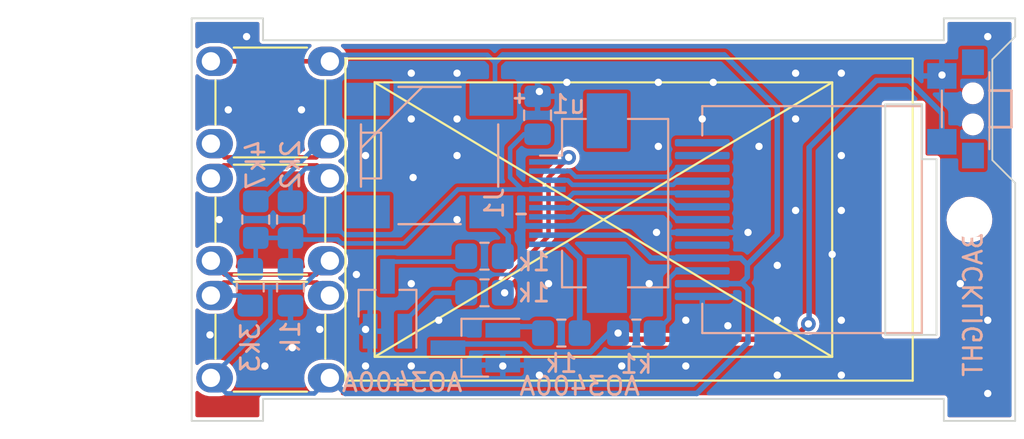
<source format=kicad_pcb>
(kicad_pcb (version 20211014) (generator pcbnew)
  (layers (0 "F.Cu" signal) (31 "B.Cu" signal) (34 "B.Paste" user) (35 "F.Paste" user) (36 "B.SilkS" user "B.Silkscreen") (37 "F.SilkS" user "F.Silkscreen") (38 "B.Mask" user) (39 "F.Mask" user) (44 "Edge.Cuts" user))
  (net 0 "")
  (net 1 "Net-(BZ1-PadN)")
  (net 2 "+3.3VP")
  (net 3 "GND1")
  (net 4 "/SW")
  (net 5 "/BUZZER")
  (net 6 "/MOSI")
  (net 7 "/SCLK")
  (net 8 "/RS")
  (net 9 "/RESET")
  (net 10 "/CS")
  (net 11 "/BACKLIGHT")
  (net 12 "Net-(Q1-Pad1)")
  (net 13 "Net-(Q1-Pad3)")
  (net 14 "Net-(Q2-Pad1)")
  (net 15 "Net-(Q2-Pad3)")
  (net 16 "Net-(R2-Pad2)")
  (net 17 "Net-(R6-Pad2)")
  (net 18 "Net-(R7-Pad2)")
  (net 19 "Net-(R8-Pad2)")
  (footprint "liebler_OPTO:FP-114 13pol" (layer "F.Cu") (at 100 100)
    (fp_text reference "X1" hide)
    (fp_text value "LH114" hide)
    (fp_line (start 17.4 -6.2) (end 5.4 -6.2) (layer "B.SilkS") (width 0.12))
    (fp_line (start 5.4 -6.2) (end 5.4 -4.6) (layer "B.SilkS") (width 0.12))
    (fp_line (start 17.4 6.2) (end 5.4 6.2) (layer "B.SilkS") (width 0.12))
    (fp_line (start 17.4 -6.2) (end 17.4 6.2) (layer "B.SilkS") (width 0.12))
    (fp_line (start 5.4 6.2) (end 5.4 4.6) (layer "B.SilkS") (width 0.12))
    (fp_line (start -14.1 8.8) (end -14.1 -8.8) (layer "F.SilkS") (width 0.12))
    (fp_line (start 17.4 -6.3) (end 16.9 -6.3) (layer "F.SilkS") (width 0.12))
    (fp_line (start 16.9 8.8) (end -14.1 8.8) (layer "F.SilkS") (width 0.12))
    (fp_line (start -12.5 7.5) (end 12.5 -7.5) (layer "F.SilkS") (width 0.12))
    (fp_line (start -14.1 -8.8) (end 16.9 -8.8) (layer "F.SilkS") (width 0.12))
    (fp_line (start 16.9 -8.8) (end 16.9 8.8) (layer "F.SilkS") (width 0.12))
    (fp_line (start -12.5 -7.5) (end 12.5 7.5) (layer "F.SilkS") (width 0.12))
    (fp_line (start 17.4 6.3) (end 17.4 -6.3) (layer "F.SilkS") (width 0.12))
    (fp_line (start 16.9 6.3) (end 17.4 6.3) (layer "F.SilkS") (width 0.12))
    (fp_rect (start -12.5 -7.5) (end 12.5 7.5) (layer "F.SilkS") (width 0.12) (fill none))
    (pad "1" smd roundrect (at 5.4 -4.2) (size 3 0.4) (layers "B.Cu" "B.Paste" "B.Mask"))
    (pad "2" smd roundrect (at 5.4 -3.5) (size 3 0.4) (layers "B.Cu" "B.Paste" "B.Mask"))
    (pad "3" smd roundrect (at 5.4 -2.8) (size 3 0.4) (layers "B.Cu" "B.Paste" "B.Mask") (net 6 "/MOSI"))
    (pad "4" smd roundrect (at 5.4 -2.1) (size 3 0.4) (layers "B.Cu" "B.Paste" "B.Mask") (net 7 "/SCLK"))
    (pad "5" smd roundrect (at 5.4 -1.4) (size 3 0.4) (layers "B.Cu" "B.Paste" "B.Mask") (net 8 "/RS"))
    (pad "6" smd roundrect (at 5.4 -0.7) (size 3 0.4) (layers "B.Cu" "B.Paste" "B.Mask") (net 9 "/RESET"))
    (pad "7" smd roundrect (at 5.4 0) (size 3 0.4) (layers "B.Cu" "B.Paste" "B.Mask") (net 10 "/CS"))
    (pad "8" smd roundrect (at 5.4 0.7) (size 3 0.4) (layers "B.Cu" "B.Paste" "B.Mask") (net 3 "GND1"))
    (pad "9" smd roundrect (at 5.4 1.4) (size 3 0.4) (layers "B.Cu" "B.Paste" "B.Mask"))
    (pad "10" smd roundrect (at 5.4 2.1) (size 3 0.4) (layers "B.Cu" "B.Paste" "B.Mask") (net 2 "+3.3VP"))
    (pad "11" smd roundrect (at 5.4 2.8) (size 3 0.4) (layers "B.Cu" "B.Paste" "B.Mask") (net 16 "Net-(R2-Pad2)"))
    (pad "12" smd roundrect (at 5.4 3.5) (size 3 0.4) (layers "B.Cu" "B.Paste" "B.Mask") (net 2 "+3.3VP"))
    (pad "13" smd roundrect (at 5.4 4.2) (size 3 0.4) (layers "B.Cu" "B.Paste" "B.Mask") (net 3 "GND1"))
  )
  (footprint "liebler_MECH:SW_PUSH_6mm_narrow" (layer "F.Cu") (at 81.8 106.4 180)
    (fp_text reference "SW3" hide)
    (fp_text value "LEFT" hide)
    (fp_line (start -3 -1.2) (end -3 1.2) (layer "F.SilkS") (width 0.12))
    (fp_line (start 2 -3) (end -2 -3) (layer "F.SilkS") (width 0.12))
    (fp_line (start 3 1.2) (end 3 -1.2) (layer "F.SilkS") (width 0.12))
    (fp_line (start -2 3) (end 2 3) (layer "F.SilkS") (width 0.12))
    (pad "1" thru_hole oval (at 3.25 -2.25 180) (size 2 1.6) (drill 1 (offset -0.2 0)) (layers *.Cu *.Mask) (net 2 "+3.3VP"))
    (pad "1" thru_hole oval (at -3.25 -2.25 180) (size 2 1.6) (drill 1 (offset 0.2 0)) (layers *.Cu *.Mask) (net 2 "+3.3VP"))
    (pad "2" thru_hole oval (at -3.25 2.25 180) (size 2 1.6) (drill 1 (offset 0.2 0)) (layers *.Cu *.Mask) (net 18 "Net-(R7-Pad2)"))
    (pad "2" thru_hole oval (at 3.25 2.25 180) (size 2 1.6) (drill 1 (offset -0.2 0)) (layers *.Cu *.Mask) (net 18 "Net-(R7-Pad2)"))
  )
  (footprint "MountingHole:MountingHole_2mm" (layer "F.Cu") (at 120 100)
    (fp_text reference "H2" hide)
    (fp_text value "MountingHole" hide)
    (pad "" np_thru_hole circle (at 0 0) (size 2 2) (drill 2) (layers *.Cu *.Mask))
  )
  (footprint "liebler_MECH:SW_PUSH_6mm_narrow" (layer "F.Cu") (at 81.8 100 180)
    (fp_text reference "SW4" hide)
    (fp_text value "OK" hide)
    (fp_line (start 2 -3) (end -2 -3) (layer "F.SilkS") (width 0.12))
    (fp_line (start -2 3) (end 2 3) (layer "F.SilkS") (width 0.12))
    (fp_line (start -3 -1.2) (end -3 1.2) (layer "F.SilkS") (width 0.12))
    (fp_line (start 3 1.2) (end 3 -1.2) (layer "F.SilkS") (width 0.12))
    (pad "1" thru_hole oval (at 3.25 -2.25 180) (size 2 1.6) (drill 1 (offset -0.2 0)) (layers *.Cu *.Mask) (net 2 "+3.3VP"))
    (pad "1" thru_hole oval (at -3.25 -2.25 180) (size 2 1.6) (drill 1 (offset 0.2 0)) (layers *.Cu *.Mask) (net 2 "+3.3VP"))
    (pad "2" thru_hole oval (at -3.25 2.25 180) (size 2 1.6) (drill 1 (offset 0.2 0)) (layers *.Cu *.Mask) (net 19 "Net-(R8-Pad2)"))
    (pad "2" thru_hole oval (at 3.25 2.25 180) (size 2 1.6) (drill 1 (offset -0.2 0)) (layers *.Cu *.Mask) (net 19 "Net-(R8-Pad2)"))
  )
  (footprint "MountingHole:MountingHole_2mm" (layer "F.Cu") (at 69.3 100.8)
    (fp_text reference "H1" hide)
    (fp_text value "MountingHole" hide)
    (pad "" np_thru_hole circle (at 0 0) (size 2 2) (drill 2) (layers *.Cu *.Mask))
  )
  (footprint "liebler_MECH:SW_PUSH_6mm_narrow" (layer "F.Cu") (at 81.8 93.6)
    (fp_text reference "SW2" hide)
    (fp_text value "RIGHT" hide)
    (fp_line (start -3 -1.2) (end -3 1.2) (layer "F.SilkS") (width 0.12))
    (fp_line (start 3 1.2) (end 3 -1.2) (layer "F.SilkS") (width 0.12))
    (fp_line (start 2 -3) (end -2 -3) (layer "F.SilkS") (width 0.12))
    (fp_line (start -2 3) (end 2 3) (layer "F.SilkS") (width 0.12))
    (pad "1" thru_hole oval (at 3.25 -2.25) (size 2 1.6) (drill 1 (offset -0.2 0)) (layers *.Cu *.Mask) (net 2 "+3.3VP"))
    (pad "1" thru_hole oval (at -3.25 -2.25) (size 2 1.6) (drill 1 (offset 0.2 0)) (layers *.Cu *.Mask) (net 2 "+3.3VP"))
    (pad "2" thru_hole oval (at -3.25 2.25) (size 2 1.6) (drill 1 (offset 0.2 0)) (layers *.Cu *.Mask) (net 17 "Net-(R6-Pad2)"))
    (pad "2" thru_hole oval (at 3.25 2.25) (size 2 1.6) (drill 1 (offset -0.2 0)) (layers *.Cu *.Mask) (net 17 "Net-(R6-Pad2)"))
  )
  (footprint "Capacitor_SMD:C_0805_2012Metric_Pad1.18x1.45mm_HandSolder" (layer "B.Cu") (at 96.4 94.3 -90)
    (fp_text reference "C1" hide)
    (fp_text value "u1" (at -0.6 -1.7 180) (layer "B.SilkS") (effects (justify mirror)))
    (fp_line (start -0.261252 -0.735) (end 0.261252 -0.735) (layer "B.SilkS") (width 0.12))
    (fp_line (start -0.261252 0.735) (end 0.261252 0.735) (layer "B.SilkS") (width 0.12))
    (pad "1" smd roundrect (at -1.0375 0 270) (size 1.175 1.45) (layers "B.Cu" "B.Paste" "B.Mask") (roundrect_rratio 0.2127659574) (net 3 "GND1"))
    (pad "2" smd roundrect (at 1.0375 0 270) (size 1.175 1.45) (layers "B.Cu" "B.Paste" "B.Mask") (roundrect_rratio 0.2127659574) (net 4 "/SW"))
  )
  (footprint "Resistor_SMD:R_0805_2012Metric_Pad1.20x1.40mm_HandSolder" (layer "B.Cu") (at 93.5 102)
    (fp_text reference "R4" hide)
    (fp_text value "1k" (at 2.7 0.3) (layer "B.SilkS") (effects (justify mirror)))
    (fp_line (start -0.227064 0.735) (end 0.227064 0.735) (layer "B.SilkS") (width 0.12))
    (fp_line (start -0.227064 -0.735) (end 0.227064 -0.735) (layer "B.SilkS") (width 0.12))
    (pad "1" smd roundrect (at -1 0) (size 1.2 1.4) (layers "B.Cu" "B.Paste" "B.Mask") (roundrect_rratio 0.2083333333) (net 15 "Net-(Q2-Pad3)"))
    (pad "2" smd roundrect (at 1 0) (size 1.2 1.4) (layers "B.Cu" "B.Paste" "B.Mask") (roundrect_rratio 0.2083333333) (net 1 "Net-(BZ1-PadN)"))
  )
  (footprint "Resistor_SMD:R_0805_2012Metric_Pad1.20x1.40mm_HandSolder" (layer "B.Cu") (at 93.5 104 180)
    (fp_text reference "R3" hide)
    (fp_text value "1k" (at -2.7 0) (layer "B.SilkS") (effects (justify mirror)))
    (fp_line (start -0.227064 -0.735) (end 0.227064 -0.735) (layer "B.SilkS") (width 0.12))
    (fp_line (start -0.227064 0.735) (end 0.227064 0.735) (layer "B.SilkS") (width 0.12))
    (pad "1" smd roundrect (at -1 0 180) (size 1.2 1.4) (layers "B.Cu" "B.Paste" "B.Mask") (roundrect_rratio 0.2083333333) (net 5 "/BUZZER"))
    (pad "2" smd roundrect (at 1 0 180) (size 1.2 1.4) (layers "B.Cu" "B.Paste" "B.Mask") (roundrect_rratio 0.2083333333) (net 14 "Net-(Q2-Pad1)"))
  )
  (footprint "Resistor_SMD:R_0805_2012Metric_Pad1.20x1.40mm_HandSolder" (layer "B.Cu") (at 81 100 90)
    (fp_text reference "R6" hide)
    (fp_text value "4k7" (at 3 0 90) (layer "B.SilkS") (effects (justify mirror)))
    (fp_line (start -0.227064 -0.735) (end 0.227064 -0.735) (layer "B.SilkS") (width 0.12))
    (fp_line (start -0.227064 0.735) (end 0.227064 0.735) (layer "B.SilkS") (width 0.12))
    (pad "1" smd roundrect (at -1 0 90) (size 1.2 1.4) (layers "B.Cu" "B.Paste" "B.Mask") (roundrect_rratio 0.2083333333) (net 4 "/SW"))
    (pad "2" smd roundrect (at 1 0 90) (size 1.2 1.4) (layers "B.Cu" "B.Paste" "B.Mask") (roundrect_rratio 0.2083333333) (net 17 "Net-(R6-Pad2)"))
  )
  (footprint "liebler_MECH:XDCR_CMT-7525-80-SMT-TR_handsolder" (layer "B.Cu") (at 90.5 96.5 180)
    (fp_text reference "BZ1" hide)
    (fp_text value "Buzzer" hide)
    (fp_text user "+" (at -4.915 3.175) (layer "B.SilkS") (effects (font (size 0.64 0.64)) (justify mirror)))
    (fp_text user "-" (at -5 -3.15) (layer "B.SilkS") (effects (font (size 0.64 0.64)) (justify mirror)))
    (fp_line (start 0.4 3.75) (end 3.75 0.4) (layer "B.SilkS") (width 0.12))
    (fp_line (start 1.7 3.75) (end -1.7 3.75) (layer "B.SilkS") (width 0.127))
    (fp_line (start -1.7 -3.75) (end 1.7 -3.75) (layer "B.SilkS") (width 0.127))
    (fp_line (start -3.75 1.7) (end -3.75 -1.7) (layer "B.SilkS") (width 0.127))
    (fp_line (start 3.75 -1.7) (end 3.75 1.7) (layer "B.SilkS") (width 0.127))
    (fp_rect (start 3.75 1.25) (end 2.65 -1.25) (layer "B.SilkS") (width 0.12) (fill none))
    (pad "1" smd rect (at 3.375 3.075 180) (size 2.4 1.8) (layers "B.Cu" "B.Paste" "B.Mask"))
    (pad "2" smd rect (at 3.375 -3.075 180) (size 2.4 1.8) (layers "B.Cu" "B.Paste" "B.Mask"))
    (pad "N" smd rect (at -3.375 -3.075 180) (size 2.4 1.8) (layers "B.Cu" "B.Paste" "B.Mask") (net 1 "Net-(BZ1-PadN)"))
    (pad "P" smd rect (at -3.375 3.075 180) (size 2.4 1.8) (layers "B.Cu" "B.Paste" "B.Mask") (net 2 "+3.3VP"))
  )
  (footprint "Resistor_SMD:R_0805_2012Metric_Pad1.20x1.40mm_HandSolder" (layer "B.Cu") (at 101.8 106.2)
    (fp_text reference "R2" hide)
    (fp_text value "k1" (at 0 1.7) (layer "B.SilkS") (effects (justify mirror)))
    (fp_line (start -0.227064 -0.735) (end 0.227064 -0.735) (layer "B.SilkS") (width 0.12))
    (fp_line (start -0.227064 0.735) (end 0.227064 0.735) (layer "B.SilkS") (width 0.12))
    (pad "1" smd roundrect (at -1 0) (size 1.2 1.4) (layers "B.Cu" "B.Paste" "B.Mask") (roundrect_rratio 0.2083333333) (net 13 "Net-(Q1-Pad3)"))
    (pad "2" smd roundrect (at 1 0) (size 1.2 1.4) (layers "B.Cu" "B.Paste" "B.Mask") (roundrect_rratio 0.2083333333) (net 16 "Net-(R2-Pad2)"))
  )
  (footprint "Resistor_SMD:R_0805_2012Metric_Pad1.20x1.40mm_HandSolder" (layer "B.Cu") (at 97.7 106.2 180)
    (fp_text reference "R1" hide)
    (fp_text value "1k" (at 0 -1.65) (layer "B.SilkS") (effects (justify mirror)))
    (fp_line (start -0.227064 -0.735) (end 0.227064 -0.735) (layer "B.SilkS") (width 0.12))
    (fp_line (start -0.227064 0.735) (end 0.227064 0.735) (layer "B.SilkS") (width 0.12))
    (pad "1" smd roundrect (at -1 0 180) (size 1.2 1.4) (layers "B.Cu" "B.Paste" "B.Mask") (roundrect_rratio 0.2083333333) (net 11 "/BACKLIGHT"))
    (pad "2" smd roundrect (at 1 0 180) (size 1.2 1.4) (layers "B.Cu" "B.Paste" "B.Mask") (roundrect_rratio 0.2083333333) (net 12 "Net-(Q1-Pad1)"))
  )
  (footprint "liebler_CONN:FFC_FPC_10_P0.50mm_Horizontal" (layer "B.Cu") (at 97.7375 99.1 -90)
    (fp_text reference "J1" (at 0 3.7 90) (layer "B.SilkS") (effects (justify mirror)))
    (fp_text value "Conn_01x10")
    (fp_line (start -4.6 -3.6) (end -4.6 -5.8) (layer "B.SilkS") (width 0.12))
    (fp_line (start 4.6 0) (end 4.6 -1.3) (layer "B.SilkS") (width 0.12))
    (fp_line (start -2.6 0) (end -4.6 0) (layer "B.SilkS") (width 0.12))
    (fp_line (start -2.6 0) (end -2.6 1.2) (layer "B.SilkS") (width 0.12))
    (fp_line (start -4.6 -5.8) (end 4.6 -5.8) (layer "B.SilkS") (width 0.12))
    (fp_line (start 2.6 0) (end 4.6 0) (layer "B.SilkS") (width 0.12))
    (fp_line (start 4.6 -5.8) (end 4.6 -3.6) (layer "B.SilkS") (width 0.12))
    (fp_line (start -4.6 0) (end -4.6 -1.3) (layer "B.SilkS") (width 0.12))
    (pad "1" smd rect locked (at -2.25 0.8 270) (size 0.3 2) (layers "B.Cu" "B.Paste" "B.Mask") (net 5 "/BUZZER"))
    (pad "2" smd rect locked (at -1.75 0.8 270) (size 0.3 2) (layers "B.Cu" "B.Paste" "B.Mask") (net 6 "/MOSI"))
    (pad "3" smd rect locked (at -1.25 0.8 270) (size 0.3 2) (layers "B.Cu" "B.Paste" "B.Mask") (net 7 "/SCLK"))
    (pad "4" smd rect locked (at -0.75 0.8 270) (size 0.3 2) (layers "B.Cu" "B.Paste" "B.Mask") (net 4 "/SW"))
    (pad "5" smd rect locked (at -0.25 0.8 270) (size 0.3 2) (layers "B.Cu" "B.Paste" "B.Mask") (net 8 "/RS"))
    (pad "6" smd rect locked (at 0.25 0.8 270) (size 0.3 2) (layers "B.Cu" "B.Paste" "B.Mask") (net 9 "/RESET"))
    (pad "7" smd rect locked (at 0.75 0.8 270) (size 0.3 2) (layers "B.Cu" "B.Paste" "B.Mask") (net 10 "/CS"))
    (pad "8" smd rect locked (at 1.25 0.8 270) (size 0.3 2) (layers "B.Cu" "B.Paste" "B.Mask") (net 3 "GND1"))
    (pad "9" smd rect locked (at 1.75 0.8 270) (size 0.3 2) (layers "B.Cu" "B.Paste" "B.Mask") (net 2 "+3.3VP"))
    (pad "10" smd rect locked (at 2.25 0.8 270) (size 0.3 2) (layers "B.Cu" "B.Paste" "B.Mask") (net 11 "/BACKLIGHT"))
    (pad "MP" smd rect locked (at 4.5 -2.45 270) (size 3 2.2) (layers "B.Cu" "B.Paste" "B.Mask"))
    (pad "MP" smd rect locked (at -4.5 -2.45 270) (size 3 2.2) (layers "B.Cu" "B.Paste" "B.Mask"))
  )
  (footprint "Package_TO_SOT_SMD:SOT-23_Handsoldering" (layer "B.Cu") (at 88.2 104.6 90)
    (fp_text reference "Q2" hide)
    (fp_text value "AO3400A" (at -4.3 0.8 180) (layer "B.SilkS") (effects (justify mirror)))
    (fp_line (start 0.76 -1.58) (end -0.7 -1.58) (layer "B.SilkS") (width 0.12))
    (fp_line (start 0.76 1.58) (end 0.76 0.65) (layer "B.SilkS") (width 0.12))
    (fp_line (start 0.76 -1.58) (end 0.76 -0.65) (layer "B.SilkS") (width 0.12))
    (fp_line (start 0.76 1.58) (end -2.4 1.58) (layer "B.SilkS") (width 0.12))
    (pad "1" smd rect (at -1.5 0.95 90) (size 1.9 0.8) (layers "B.Cu" "B.Paste" "B.Mask") (net 14 "Net-(Q2-Pad1)"))
    (pad "2" smd rect (at -1.5 -0.95 90) (size 1.9 0.8) (layers "B.Cu" "B.Paste" "B.Mask") (net 3 "GND1"))
    (pad "3" smd rect (at 1.5 0 90) (size 1.9 0.8) (layers "B.Cu" "B.Paste" "B.Mask") (net 15 "Net-(Q2-Pad3)"))
  )
  (footprint "Resistor_SMD:R_0805_2012Metric_Pad1.20x1.40mm_HandSolder" (layer "B.Cu") (at 82.9 100 90)
    (fp_text reference "R8" hide)
    (fp_text value "2k2" (at 3 0 270) (layer "B.SilkS") (effects (justify mirror)))
    (fp_line (start -0.227064 0.735) (end 0.227064 0.735) (layer "B.SilkS") (width 0.12))
    (fp_line (start -0.227064 -0.735) (end 0.227064 -0.735) (layer "B.SilkS") (width 0.12))
    (pad "1" smd roundrect (at -1 0 90) (size 1.2 1.4) (layers "B.Cu" "B.Paste" "B.Mask") (roundrect_rratio 0.2083333333) (net 4 "/SW"))
    (pad "2" smd roundrect (at 1 0 90) (size 1.2 1.4) (layers "B.Cu" "B.Paste" "B.Mask") (roundrect_rratio 0.2083333333) (net 19 "Net-(R8-Pad2)"))
  )
  (footprint "Resistor_SMD:R_0805_2012Metric_Pad1.20x1.40mm_HandSolder" (layer "B.Cu") (at 82.9 103.7 90)
    (fp_text reference "R5" hide)
    (fp_text value "1k" (at -2.7 0 270) (layer "B.SilkS") (effects (justify mirror)))
    (fp_line (start -0.227064 0.735) (end 0.227064 0.735) (layer "B.SilkS") (width 0.12))
    (fp_line (start -0.227064 -0.735) (end 0.227064 -0.735) (layer "B.SilkS") (width 0.12))
    (pad "1" smd roundrect (at -1 0 90) (size 1.2 1.4) (layers "B.Cu" "B.Paste" "B.Mask") (roundrect_rratio 0.2083333333) (net 3 "GND1"))
    (pad "2" smd roundrect (at 1 0 90) (size 1.2 1.4) (layers "B.Cu" "B.Paste" "B.Mask") (roundrect_rratio 0.2083333333) (net 4 "/SW"))
  )
  (footprint "Package_TO_SOT_SMD:SOT-23_Handsoldering" (layer "B.Cu") (at 93 107 180)
    (fp_text reference "Q1" hide)
    (fp_text value "AO3400A" (at -5.7 -2.1) (layer "B.SilkS") (effects (justify mirror)))
    (fp_line (start 0.76 1.58) (end 0.76 0.65) (layer "B.SilkS") (width 0.12))
    (fp_line (start 0.76 1.58) (end -2.4 1.58) (layer "B.SilkS") (width 0.12))
    (fp_line (start 0.76 -1.58) (end 0.76 -0.65) (layer "B.SilkS") (width 0.12))
    (fp_line (start 0.76 -1.58) (end -0.7 -1.58) (layer "B.SilkS") (width 0.12))
    (pad "1" smd rect (at -1.5 0.95 180) (size 1.9 0.8) (layers "B.Cu" "B.Paste" "B.Mask") (net 12 "Net-(Q1-Pad1)"))
    (pad "2" smd rect (at -1.5 -0.95 180) (size 1.9 0.8) (layers "B.Cu" "B.Paste" "B.Mask") (net 3 "GND1"))
    (pad "3" smd rect (at 1.5 0 180) (size 1.9 0.8) (layers "B.Cu" "B.Paste" "B.Mask") (net 13 "Net-(Q1-Pad3)"))
  )
  (footprint "liebler_MECH:Button_2x4x3,5_handsolder" (layer "B.Cu") (at 120.1925 93.95 90)
    (fp_text reference "SW1" hide)
    (fp_text value "BACKLIGHT" (at -10.65 0.0075 90) (layer "B.SilkS") (effects (justify mirror)))
    (fp_line (start -1 0.9) (end -1 2.1) (layer "B.SilkS") (width 0.15))
    (fp_line (start 1 2.1) (end 1 0.9) (layer "B.SilkS") (width 0.15))
    (fp_line (start -2.2 0.9) (end 2 0.9) (layer "B.SilkS") (width 0.12))
    (fp_line (start 1 -1.7) (end -1 -1.7) (layer "B.SilkS") (width 0.12))
    (fp_line (start -1 2.1) (end 1 2.1) (layer "B.SilkS") (width 0.15))
    (pad "" np_thru_hole circle locked (at -0.85 0 90) (size 0.7 0.7) (drill 0.7) (layers *.Cu *.Mask))
    (pad "" np_thru_hole circle locked (at 0.85 0 90) (size 0.7 0.7) (drill 0.7) (layers *.Cu *.Mask))
    (pad "1" smd rect locked (at -1.8 -1.7 90) (size 1.4 1.6) (layers "B.Cu" "B.Paste" "B.Mask") (net 13 "Net-(Q1-Pad3)"))
    (pad "2" smd rect locked (at 1.8 -1.7 90) (size 1.4 1.6) (layers "B.Cu" "B.Paste" "B.Mask") (net 3 "GND1"))
    (pad "MP" smd rect locked (at -2.55 0 90) (size 1.4 1.2) (layers "B.Cu" "B.Paste" "B.Mask"))
    (pad "MP" smd rect locked (at 2.55 0 90) (size 1.4 1.2) (layers "B.Cu" "B.Paste" "B.Mask"))
  )
  (footprint "Resistor_SMD:R_0805_2012Metric_Pad1.20x1.40mm_HandSolder" (layer "B.Cu") (at 80.7 103.7 -90)
    (fp_text reference "R7" hide)
    (fp_text value "3k3" (at 3.3 0 -90) (layer "B.SilkS") (effects (justify mirror)))
    (fp_line (start -0.227064 0.735) (end 0.227064 0.735) (layer "B.SilkS") (width 0.12))
    (fp_line (start -0.227064 -0.735) (end 0.227064 -0.735) (layer "B.SilkS") (width 0.12))
    (pad "1" smd roundrect (at -1 0 270) (size 1.2 1.4) (layers "B.Cu" "B.Paste" "B.Mask") (roundrect_rratio 0.2083333333) (net 4 "/SW"))
    (pad "2" smd roundrect (at 1 0 270) (size 1.2 1.4) (layers "B.Cu" "B.Paste" "B.Mask") (roundrect_rratio 0.2083333333) (net 18 "Net-(R7-Pad2)"))
  )
  (gr_line (start 81.4 90.2) (end 81.4 89) (layer "Edge.Cuts") (width 0.1))
  (gr_line (start 121.25 91.25) (end 122.5 90) (layer "Edge.Cuts") (width 0.1))
  (gr_line (start 118.6 109.8) (end 118.6 111) (layer "Edge.Cuts") (width 0.1))
  (gr_line (start 122.5 90) (end 122.5 89) (layer "Edge.Cuts") (width 0.1))
  (gr_line (start 122.5 98) (end 121.25 96.75) (layer "Edge.Cuts") (width 0.1))
  (gr_line (start 118.6 111) (end 122.5 111) (layer "Edge.Cuts") (width 0.1))
  (gr_line (start 118.6 90.2) (end 81.4 90.2) (layer "Edge.Cuts") (width 0.1))
  (gr_line (start 77.5 89) (end 77.5 111) (layer "Edge.Cuts") (width 0.1))
  (gr_line (start 115.4 93.7) (end 117.4 93.7) (layer "Edge.Cuts") (width 0.1))
  (gr_line (start 117.4 96.7) (end 117.4 93.7) (layer "Edge.Cuts") (width 0.1))
  (gr_line (start 115.4 93.7) (end 115.4 106.3) (layer "Edge.Cuts") (width 0.1))
  (gr_line (start 77.5 111) (end 81.4 111) (layer "Edge.Cuts") (width 0.1))
  (gr_line (start 118.2 106.3) (end 118.2 96.7) (layer "Edge.Cuts") (width 0.1))
  (gr_line (start 81.4 109.8) (end 118.6 109.8) (layer "Edge.Cuts") (width 0.1))
  (gr_line (start 122.5 89) (end 118.6 89) (layer "Edge.Cuts") (width 0.1))
  (gr_line (start 81.4 89) (end 77.5 89) (layer "Edge.Cuts") (width 0.1))
  (gr_line (start 115.4 106.3) (end 118.2 106.3) (layer "Edge.Cuts") (width 0.1))
  (gr_line (start 122.5 111) (end 122.5 98) (layer "Edge.Cuts") (width 0.1))
  (gr_line (start 81.4 111) (end 81.4 109.8) (layer "Edge.Cuts") (width 0.1))
  (gr_line (start 118.2 96.7) (end 117.4 96.7) (layer "Edge.Cuts") (width 0.1))
  (gr_line (start 121.25 96.75) (end 121.25 91.25) (layer "Edge.Cuts") (width 0.1))
  (gr_line (start 118.6 89) (end 118.6 90.2) (layer "Edge.Cuts") (width 0.1))
  (segment (start 94.8 102) (end 94.8 100.9) (width 0.3) (layer "B.Cu") (net 1))
  (segment (start 94.8 100.9) (end 93.775 99.875) (width 0.3) (layer "B.Cu") (net 1))
  (segment (start 84.3 103) (end 85.05 102.25) (width 0.25) (layer "F.Cu") (net 2))
  (segment (start 78.55 102.25) (end 79.3 103) (width 0.25) (layer "F.Cu") (net 2))
  (segment (start 79.3 103) (end 84.3 103) (width 0.25) (layer "F.Cu") (net 2))
  (segment (start 78.55 91.35) (end 85.05 91.35) (width 0.25) (layer "F.Cu") (net 2))
  (segment (start 107.860788 102.460788) (end 109.5 100.821575) (width 0.3) (layer "B.Cu") (net 2))
  (segment (start 93.65 91) (end 94.075 91.425) (width 0.25) (layer "B.Cu") (net 2))
  (segment (start 96.9375 100.85) (end 101.35 100.85) (width 0.3) (layer "B.Cu") (net 2))
  (segment (start 85.4 91) (end 93.65 91) (width 0.25) (layer "B.Cu") (net 2))
  (segment (start 80.076169 103.7) (end 83.523831 103.7) (width 0.25) (layer "B.Cu") (net 2))
  (segment (start 107.5 102.1) (end 107.860788 102.460788) (width 0.3) (layer "B.Cu") (net 2))
  (segment (start 106.6 91) (end 94.5 91) (width 0.3) (layer "B.Cu") (net 2))
  (segment (start 78.626169 102.25) (end 80.076169 103.7) (width 0.25) (layer "B.Cu") (net 2))
  (segment (start 107.5 103.5) (end 107.860788 103.139212) (width 0.3) (layer "B.Cu") (net 2))
  (segment (start 85.9 109.5) (end 85.05 108.65) (width 0.3) (layer "B.Cu") (net 2))
  (segment (start 107.9 103.8) (end 107.9 106.7) (width 0.3) (layer "B.Cu") (net 2))
  (segment (start 105.1 109.5) (end 85.9 109.5) (width 0.3) (layer "B.Cu") (net 2))
  (segment (start 105.4 102.1) (end 107.5 102.1) (width 0.3) (layer "B.Cu") (net 2))
  (segment (start 84.2 109.5) (end 79.4 109.5) (width 0.25) (layer "B.Cu") (net 2))
  (segment (start 101.35 100.85) (end 102.6 102.1) (width 0.3) (layer "B.Cu") (net 2))
  (segment (start 102.6 102.1) (end 105.4 102.1) (width 0.3) (layer "B.Cu") (net 2))
  (segment (start 109.5 100.821575) (end 109.5 93.9) (width 0.3) (layer "B.Cu") (net 2))
  (segment (start 81.8 105.4) (end 78.55 108.65) (width 0.25) (layer "B.Cu") (net 2))
  (segment (start 109.5 93.9) (end 106.6 91) (width 0.3) (layer "B.Cu") (net 2))
  (segment (start 94.5 91) (end 94.075 91.425) (width 0.3) (layer "B.Cu") (net 2))
  (segment (start 94.075 92.725) (end 94.075 91.425) (width 0.25) (layer "B.Cu") (net 2))
  (segment (start 105.4 103.5) (end 107.6 103.5) (width 0.3) (layer "B.Cu") (net 2))
  (segment (start 85.05 108.65) (end 84.2 109.5) (width 0.25) (layer "B.Cu") (net 2))
  (segment (start 107.860788 103.139212) (end 107.860788 102.460788) (width 0.3) (layer "B.Cu") (net 2))
  (segment (start 81.8 103.7) (end 81.8 105.4) (width 0.25) (layer "B.Cu") (net 2))
  (segment (start 107.6 103.5) (end 107.9 103.8) (width 0.3) (layer "B.Cu") (net 2))
  (segment (start 107.9 106.7) (end 105.1 109.5) (width 0.3) (layer "B.Cu") (net 2))
  (segment (start 83.523831 103.7) (end 84.973831 102.25) (width 0.25) (layer "B.Cu") (net 2))
  (segment (start 79.4 109.5) (end 78.55 108.65) (width 0.25) (layer "B.Cu") (net 2))
  (via (at 87 108) (size 0.8) (drill 0.4) (layers "F.Cu" "B.Cu") (net 3))
  (via (at 78.5 106.3) (size 0.8) (drill 0.4) (layers "F.Cu" "B.Cu") (net 3))
  (via (at 86.5 103) (size 0.8) (drill 0.4) (layers "F.Cu" "B.Cu") (net 3))
  (via (at 106.8 105.8) (size 0.8) (drill 0.4) (layers "F.Cu" "B.Cu") (net 3))
  (via (at 107.9 100.7) (size 0.8) (drill 0.4) (layers "F.Cu" "B.Cu") (net 3))
  (via (at 87 96.5) (size 0.8) (drill 0.4) (layers "F.Cu" "B.Cu") (net 3))
  (via (at 113 105.5) (size 0.8) (drill 0.4) (layers "F.Cu" "B.Cu") (net 3))
  (via (at 110.5 99.5) (size 0.8) (drill 0.4) (layers "F.Cu" "B.Cu") (net 3))
  (via (at 92 96.5) (size 0.8) (drill 0.4) (layers "F.Cu" "B.Cu") (net 3))
  (via (at 104.5 108) (size 0.8) (drill 0.4) (layers "F.Cu" "B.Cu") (net 3))
  (via (at 109.5 102.5) (size 0.8) (drill 0.4) (layers "F.Cu" "B.Cu") (net 3))
  (via (at 105.4 94.5) (size 0.8) (drill 0.4) (layers "F.Cu" "B.Cu") (net 3))
  (via (at 97 103.5) (size 0.8) (drill 0.4) (layers "F.Cu" "B.Cu") (net 3))
  (via (at 121 90) (size 0.8) (drill 0.4) (layers "F.Cu" "B.Cu") (net 3))
  (via (at 104.5 105.5) (size 0.8) (drill 0.4) (layers "F.Cu" "B.Cu") (net 3))
  (via (at 112.5 101.9) (size 0.8) (drill 0.4) (layers "F.Cu" "B.Cu") (net 3))
  (via (at 108.5 96) (size 0.8) (drill 0.4) (layers "F.Cu" "B.Cu") (net 3))
  (via (at 89.5 94.5) (size 0.8) (drill 0.4) (layers "F.Cu" "B.Cu") (net 3))
  (via (at 83.5 94) (size 0.8) (drill 0.4) (layers "F.Cu" "B.Cu") (net 3))
  (via (at 98 92.5) (size 0.8) (drill 0.4) (layers "F.Cu" "B.Cu") (net 3))
  (via (at 106 92.5) (size 0.8) (drill 0.4) (layers "F.Cu" "B.Cu") (net 3))
  (via (at 92 92) (size 0.8) (drill 0.4) (layers "F.Cu" "B.Cu") (net 3))
  (via (at 113 96.5) (size 0.8) (drill 0.4) (layers "F.Cu" "B.Cu") (net 3))
  (via (at 113 92) (size 0.8) (drill 0.4) (layers "F.Cu" "B.Cu") (net 3))
  (via (at 103 92.5) (size 0.8) (drill 0.4) (layers "F.Cu" "B.Cu") (net 3))
  (via (at 89.6 97.7) (size 0.8) (drill 0.4) (layers "F.Cu" "B.Cu") (net 3))
  (via (at 89.5 92) (size 0.8) (drill 0.4) (layers "F.Cu" "B.Cu") (net 3))
  (via (at 110.5 92) (size 0.8) (drill 0.4) (layers "F.Cu" "B.Cu") (net 3))
  (via (at 81.5 108) (size 0.8) (drill 0.4) (layers "F.Cu" "B.Cu") (net 3))
  (via (at 87 106) (size 0.8) (drill 0.4) (layers "F.Cu" "B.Cu") (net 3))
  (via (at 109.5 108.5) (size 0.8) (drill 0.4) (layers "F.Cu" "B.Cu") (net 3))
  (via (at 102.9 100.7) (size 0.8) (drill 0.4) (layers "F.Cu" "B.Cu") (net 3))
  (via (at 101 108) (size 0.8) (drill 0.4) (layers "F.Cu" "B.Cu") (net 3))
  (via (at 83 107) (size 0.8) (drill 0.4) (layers "F.Cu" "B.Cu") (net 3))
  (via (at 91 105.5) (size 0.8) (drill 0.4) (layers "F.Cu" "B.Cu") (net 3))
  (via (at 84.5 106) (size 0.8) (drill 0.4) (layers "F.Cu" "B.Cu") (net 3))
  (via (at 92 94.5) (size 0.8) (drill 0.4) (layers "F.Cu" "B.Cu") (net 3))
  (via (at 121 105.5) (size 0.8) (drill 0.4) (layers "F.Cu" "B.Cu") (net 3))
  (via (at 109.5 105.5) (size 0.8) (drill 0.4) (layers "F.Cu" "B.Cu") (net 3))
  (via (at 113 108.5) (size 0.8) (drill 0.4) (layers "F.Cu" "B.Cu") (net 3))
  (via (at 113 99.5) (size 0.8) (drill 0.4) (layers "F.Cu" "B.Cu") (net 3))
  (via (at 89.5 103.5) (size 0.8) (drill 0.4) (layers "F.Cu" "B.Cu") (net 3))
  (via (at 79.5 94) (size 0.8) (drill 0.4) (layers "F.Cu" "B.Cu") (net 3))
  (via (at 102.5 103.5) (size 0.8) (drill 0.4) (layers "F.Cu" "B.Cu") (net 3))
  (via (at 103 96) (size 0.8) (drill 0.4) (layers "F.Cu" "B.Cu") (net 3))
  (via (at 96.5 93) (size 0.8) (drill 0.4) (layers "F.Cu" "B.Cu") (net 3))
  (via (at 110.5 94.5) (size 0.8) (drill 0.4) (layers "F.Cu" "B.Cu") (net 3))
  (via (at 121 109.5) (size 0.8) (drill 0.4) (layers "F.Cu" "B.Cu") (net 3))
  (via (at 89.5 108) (size 0.8) (drill 0.4) (layers "F.Cu" "B.Cu") (net 3))
  (via (at 119.5 103.5) (size 0.8) (drill 0.4) (layers "F.Cu" "B.Cu") (net 3))
  (via (at 80.5 90) (size 0.8) (drill 0.4) (layers "F.Cu" "B.Cu") (net 3))
  (via (at 96.5 108.5) (size 0.8) (drill 0.4) (layers "F.Cu" "B.Cu") (net 3))
  (via (at 118.5 92.1) (size 0.8) (drill 0.4) (layers "F.Cu" "B.Cu") (net 3))
  (via (at 94.5 108) (size 0.8) (drill 0.4) (layers "F.Cu" "B.Cu") (net 3))
  (via (at 79 100) (size 0.8) (drill 0.4) (layers "F.Cu" "B.Cu") (net 3))
  (via (at 92 100) (size 0.8) (drill 0.4) (layers "F.Cu" "B.Cu") (net 3))
  (segment (start 96.9375 100.35) (end 95.608478 100.35) (width 0.3) (layer "B.Cu") (net 3))
  (segment (start 95.5 101.8) (end 96.6 102.9) (width 0.3) (layer "B.Cu") (net 3))
  (segment (start 95.5 100.458478) (end 95.5 101.8) (width 0.3) (layer "B.Cu") (net 3))
  (segment (start 95.608478 100.35) (end 95.5 100.458478) (width 0.3) (layer "B.Cu") (net 3))
  (segment (start 85.676169 101.3) (end 89.1 101.3) (width 0.25) (layer "B.Cu") (net 4))
  (segment (start 81 102.7) (end 81 101) (width 0.25) (layer "B.Cu") (net 4))
  (segment (start 95.55 98.35) (end 94.9 97.7) (width 0.25) (layer "B.Cu") (net 4))
  (segment (start 82.989511 101.089511) (end 85.46568 101.089511) (width 0.25) (layer "B.Cu") (net 4))
  (segment (start 94.9 97.7) (end 94.9 96.1) (width 0.25) (layer "B.Cu") (net 4))
  (segment (start 94.9 96.1) (end 95.6625 95.3375) (width 0.25) (layer "B.Cu") (net 4))
  (segment (start 89.1 101.3) (end 92.05 98.35) (width 0.25) (layer "B.Cu") (net 4))
  (segment (start 82.9 102.7) (end 82.9 101) (width 0.25) (layer "B.Cu") (net 4))
  (segment (start 85.46568 101.089511) (end 85.676169 101.3) (width 0.25) (layer "B.Cu") (net 4))
  (segment (start 81 101) (end 82.9 101) (width 0.25) (layer "B.Cu") (net 4))
  (segment (start 92.05 98.35) (end 96.9375 98.35) (width 0.25) (layer "B.Cu") (net 4))
  (segment (start 95.6625 95.3375) (end 96.4 95.3375) (width 0.25) (layer "B.Cu") (net 4))
  (segment (start 94.6 104) (end 94.6 103.3) (width 0.25) (layer "F.Cu") (net 5))
  (segment (start 94.6 103.3) (end 97 100.9) (width 0.25) (layer "F.Cu") (net 5))
  (segment (start 97 97.7) (end 98.1 96.6) (width 0.25) (layer "F.Cu") (net 5))
  (segment (start 97 100.9) (end 97 97.7) (width 0.25) (layer "F.Cu") (net 5))
  (via (at 98.1 96.6) (size 0.8) (drill 0.4) (layers "F.Cu" "B.Cu") (net 5))
  (via (at 94.6 104) (size 0.8) (drill 0.4) (layers "F.Cu" "B.Cu") (net 5))
  (segment (start 97.85 96.85) (end 96.9 96.85) (width 0.25) (layer "B.Cu") (net 5))
  (segment (start 98.1 96.6) (end 97.85 96.85) (width 0.25) (layer "B.Cu") (net 5))
  (segment (start 104.013781 97.2) (end 105.4 97.2) (width 0.25) (layer "B.Cu") (net 6))
  (segment (start 103.553301 97.66048) (end 104.013781 97.2) (width 0.25) (layer "B.Cu") (net 6))
  (segment (start 98.482056 97.66048) (end 103.553301 97.66048) (width 0.25) (layer "B.Cu") (net 6))
  (segment (start 98.171576 97.35) (end 98.482056 97.66048) (width 0.25) (layer "B.Cu") (net 6))
  (segment (start 96.9 97.35) (end 98.171576 97.35) (width 0.25) (layer "B.Cu") (net 6))
  (segment (start 96.9 97.85) (end 98.05 97.85) (width 0.25) (layer "B.Cu") (net 7))
  (segment (start 103.813781 98.1) (end 104.063781 97.85) (width 0.25) (layer "B.Cu") (net 7))
  (segment (start 98.05 97.85) (end 98.3 98.1) (width 0.25) (layer "B.Cu") (net 7))
  (segment (start 98.3 98.1) (end 103.813781 98.1) (width 0.25) (layer "B.Cu") (net 7))
  (segment (start 98.36048 98.53952) (end 105.33952 98.53952) (width 0.25) (layer "B.Cu") (net 8))
  (segment (start 96.9375 98.85) (end 98.05 98.85) (width 0.25) (layer "B.Cu") (net 8))
  (segment (start 98.05 98.85) (end 98.36048 98.53952) (width 0.25) (layer "B.Cu") (net 8))
  (segment (start 98.542536 98.97904) (end 103.685489 98.97904) (width 0.25) (layer "B.Cu") (net 9))
  (segment (start 96.9 99.35) (end 98.171576 99.35) (width 0.25) (layer "B.Cu") (net 9))
  (segment (start 103.685489 98.97904) (end 104.056449 99.35) (width 0.25) (layer "B.Cu") (net 9))
  (segment (start 98.171576 99.35) (end 98.542536 98.97904) (width 0.25) (layer "B.Cu") (net 9))
  (segment (start 104.013781 100) (end 105.4 100) (width 0.25) (layer "B.Cu") (net 10))
  (segment (start 103.432341 99.41856) (end 104.013781 100) (width 0.25) (layer "B.Cu") (net 10))
  (segment (start 98.724592 99.41856) (end 103.432341 99.41856) (width 0.25) (layer "B.Cu") (net 10))
  (segment (start 96.9 99.85) (end 98.293152 99.85) (width 0.25) (layer "B.Cu") (net 10))
  (segment (start 98.293152 99.85) (end 98.724592 99.41856) (width 0.25) (layer "B.Cu") (net 10))
  (segment (start 97.95 101.35) (end 98.7 102.1) (width 0.3) (layer "B.Cu") (net 11))
  (segment (start 98.7 102.1) (end 98.7 106.2) (width 0.3) (layer "B.Cu") (net 11))
  (segment (start 96.9375 101.35) (end 97.95 101.35) (width 0.3) (layer "B.Cu") (net 11))
  (segment (start 94.5 105.85) (end 96.35 105.85) (width 0.3) (layer "B.Cu") (net 12))
  (segment (start 101.139511 106.539511) (end 100.8 106.2) (width 0.3) (layer "F.Cu") (net 13))
  (segment (start 111.2 105.7) (end 110.360489 106.539511) (width 0.3) (layer "F.Cu") (net 13))
  (segment (start 110.360489 106.539511) (end 101.139511 106.539511) (width 0.3) (layer "F.Cu") (net 13))
  (via (at 100.8 106.2) (size 0.8) (drill 0.4) (layers "F.Cu" "B.Cu") (net 13))
  (via (at 111.2 105.7) (size 0.8) (drill 0.4) (layers "F.Cu" "B.Cu") (net 13))
  (segment (start 95.666293 106.8) (end 96.105813 107.23952) (width 0.3) (layer "B.Cu") (net 13))
  (segment (start 99.63952 106.86048) (end 100.3 106.2) (width 0.3) (layer "B.Cu") (net 13))
  (segment (start 116.7 92.4) (end 114.9 92.4) (width 0.3) (layer "B.Cu") (net 13))
  (segment (start 99.294187 107.23952) (end 99.63952 106.894187) (width 0.3) (layer "B.Cu") (net 13))
  (segment (start 111.239511 105.660489) (end 111.2 105.7) (width 0.3) (layer "B.Cu") (net 13))
  (segment (start 91.5 106.8) (end 95.666293 106.8) (width 0.3) (layer "B.Cu") (net 13))
  (segment (start 96.105813 107.23952) (end 99.294187 107.23952) (width 0.3) (layer "B.Cu") (net 13))
  (segment (start 100.3 106.2) (end 100.8 106.2) (width 0.3) (layer "B.Cu") (net 13))
  (segment (start 99.63952 106.894187) (end 99.63952 106.86048) (width 0.3) (layer "B.Cu") (net 13))
  (segment (start 118.4925 95.75) (end 118.4925 94.1925) (width 0.3) (layer "B.Cu") (net 13))
  (segment (start 118.4925 94.1925) (end 116.7 92.4) (width 0.3) (layer "B.Cu") (net 13))
  (segment (start 114.9 92.4) (end 111.239511 96.060489) (width 0.3) (layer "B.Cu") (net 13))
  (segment (start 111.239511 96.060489) (end 111.239511 105.660489) (width 0.3) (layer "B.Cu") (net 13))
  (segment (start 92.5 104) (end 90.7 104) (width 0.25) (layer "B.Cu") (net 14))
  (segment (start 90.7 104) (end 89.15 105.55) (width 0.25) (layer "B.Cu") (net 14))
  (segment (start 88.4 102.3) (end 92.2 102.3) (width 0.25) (layer "B.Cu") (net 15))
  (segment (start 103.58548 103.228301) (end 103.58548 105.41452) (width 0.25) (layer "B.Cu") (net 16))
  (segment (start 104.013781 102.8) (end 103.58548 103.228301) (width 0.25) (layer "B.Cu") (net 16))
  (segment (start 103.58548 105.41452) (end 102.8 106.2) (width 0.25) (layer "B.Cu") (net 16))
  (segment (start 105.4 102.8) (end 104.013781 102.8) (width 0.25) (layer "B.Cu") (net 16))
  (segment (start 85.05 95.85) (end 84.3 96.6) (width 0.25) (layer "F.Cu") (net 17))
  (segment (start 84.3 96.6) (end 79.3 96.6) (width 0.25) (layer "F.Cu") (net 17))
  (segment (start 79.3 96.6) (end 78.55 95.85) (width 0.25) (layer "F.Cu") (net 17))
  (segment (start 81.3 99) (end 84.45 95.85) (width 0.25) (layer "B.Cu") (net 17))
  (segment (start 79.26048 103.43952) (end 78.55 104.15) (width 0.25) (layer "F.Cu") (net 18))
  (segment (start 84.33952 103.43952) (end 79.26048 103.43952) (width 0.25) (layer "F.Cu") (net 18))
  (segment (start 85.05 104.15) (end 84.33952 103.43952) (width 0.25) (layer "F.Cu") (net 18))
  (segment (start 80.15 104.15) (end 80.7 104.7) (width 0.25) (layer "B.Cu") (net 18))
  (segment (start 78.55 104.15) (end 80.15 104.15) (width 0.25) (layer "B.Cu") (net 18))
  (segment (start 78.55 97.75) (end 79.26048 97.03952) (width 0.25) (layer "F.Cu") (net 19))
  (segment (start 79.26048 97.03952) (end 84.33952 97.03952) (width 0.25) (layer "F.Cu") (net 19))
  (segment (start 84.33952 97.03952) (end 85.05 97.75) (width 0.25) (layer "F.Cu") (net 19))
  (segment (start 84.5 97.2) (end 83.721576 97.2) (width 0.25) (layer "B.Cu") (net 19))
  (segment (start 83.721576 97.2) (end 82.9 98.021576) (width 0.25) (layer "B.Cu") (net 19))
  (segment (start 82.9 98.021576) (end 82.9 99) (width 0.25) (layer "B.Cu") (net 19))
  (zone (net 3) (net_name "GND1") (layers F&B.Cu) (connect_pads (clearance 0.2)) (min_thickness 0.2) (fill yes (thermal_gap 0.2) (thermal_bridge_width 0.3))
    (polygon (pts (xy 123 112) (xy 77 112) (xy 77 88) (xy 123 88)))
  )
)
</source>
